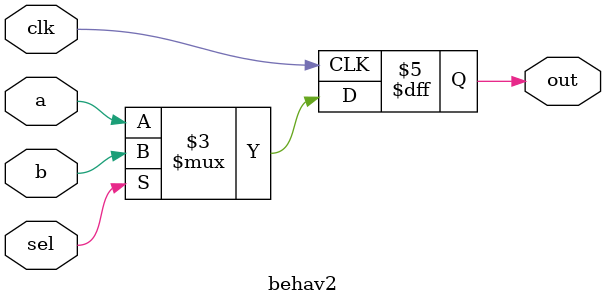
<source format=v>
`timescale 1ns / 1ps


module behav2(input a,input b,input sel,input clk, output out    );
//reg result;
reg out;
always @ (posedge clk)// always @ *
begin
if (sel)
  begin
   //result=b;
   out<=b;
  end
  else
   begin
  //result=a;
  out<=a;
    end
  
end//end always
 
 //assign out=result;



endmodule


</source>
